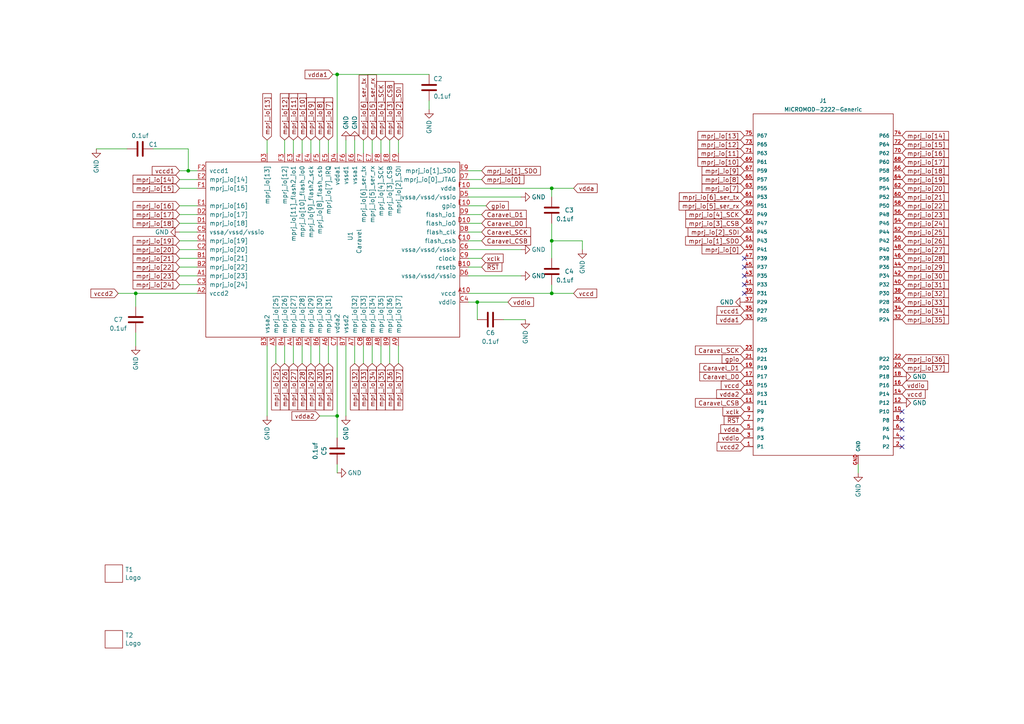
<source format=kicad_sch>
(kicad_sch (version 20230121) (generator eeschema)
  (paper "A4")
  (title_block (title "Carvel Breakout board as M.2 Card "))
  (lib_symbols
    (symbol "Caravel:Logo" (pin_names (offset 1.016))
      (property "Reference" "T" (at -1.27 2.54 0))
      (property "Value" "Logo" (at 1.27 -1.27 0))
      (symbol "Logo_0_1"
        (rectangle (start -1.27 1.27) (end 3.81 -3.81))
      )
    )
    (symbol "Caravel_board:Caravel_WCSP" (pin_names (offset 1.016))
      (property "Reference" "U" (at 0 2.54 0))
      (property "Value" "Caravel_WCSP" (at 0 -2.54 0))
      (symbol "Caravel_WCSP_0_1"
        (rectangle (start -24.13 31.75) (end 26.67 -41.91))
      )
      (symbol "Caravel_WCSP_1_1"
        (pin bidirectional line (at -6.35 34.29 270) (length 2.54) (name "mprj_io[23]") (number "A1"))
        (pin power_in line (at -11.43 -44.45 90) (length 2.54) (name "vccd") (number "A10"))
        (pin power_in line (at -11.43 34.29 270) (length 2.54) (name "vccd2") (number "A2"))
        (pin bidirectional line (at -26.67 11.43 0) (length 2.54) (name "mprj_io[25]") (number "A3"))
        (pin bidirectional line (at -26.67 6.35 0) (length 2.54) (name "mprj_io[27]") (number "A4"))
        (pin bidirectional line (at -26.67 1.27 0) (length 2.54) (name "mprj_io[29]") (number "A5"))
        (pin bidirectional line (at -26.67 -3.81 0) (length 2.54) (name "mprj_io[31]") (number "A6"))
        (pin bidirectional line (at -26.67 -11.43 0) (length 2.54) (name "mprj_io[32]") (number "A7"))
        (pin bidirectional line (at -26.67 -19.05 0) (length 2.54) (name "mprj_io[35]") (number "A8"))
        (pin bidirectional line (at -26.67 -24.13 0) (length 2.54) (name "mprj_io[37]") (number "A9"))
        (pin bidirectional line (at -1.27 34.29 270) (length 2.54) (name "mprj_io[21]") (number "B1"))
        (pin input line (at -3.81 -44.45 90) (length 2.54) (name "resetb") (number "B10"))
        (pin bidirectional line (at -3.81 34.29 270) (length 2.54) (name "mprj_io[22]") (number "B2"))
        (pin power_in line (at -26.67 13.97 0) (length 2.54) (name "vssa2") (number "B3"))
        (pin bidirectional line (at -26.67 8.89 0) (length 2.54) (name "mprj_io[26]") (number "B4"))
        (pin bidirectional line (at -26.67 3.81 0) (length 2.54) (name "mprj_io[28]") (number "B5"))
        (pin bidirectional line (at -26.67 -1.27 0) (length 2.54) (name "mprj_io[30]") (number "B6"))
        (pin power_in line (at -26.67 -8.89 0) (length 2.54) (name "vssd2") (number "B7"))
        (pin bidirectional line (at -26.67 -16.51 0) (length 2.54) (name "mprj_io[34]") (number "B8"))
        (pin bidirectional line (at -26.67 -21.59 0) (length 2.54) (name "mprj_io[36]") (number "B9"))
        (pin bidirectional line (at 3.81 34.29 270) (length 2.54) (name "mprj_io[19]") (number "C1"))
        (pin output line (at 3.81 -44.45 90) (length 2.54) (name "flash_csb") (number "C10"))
        (pin bidirectional line (at 1.27 34.29 270) (length 2.54) (name "mprj_io[20]") (number "C2"))
        (pin bidirectional line (at -8.89 34.29 270) (length 2.54) (name "mprj_io[24]") (number "C3"))
        (pin power_in line (at -13.97 -44.45 90) (length 2.54) (name "vddio") (number "C4"))
        (pin power_in line (at 6.35 34.29 270) (length 2.54) (name "vssa/vssd/vssio") (number "C5"))
        (pin power_in line (at 1.27 -44.45 90) (length 2.54) (name "vssa/vssd/vssio") (number "C6"))
        (pin power_in line (at -26.67 -6.35 0) (length 2.54) (name "vdda2") (number "C7"))
        (pin bidirectional line (at -26.67 -13.97 0) (length 2.54) (name "mprj_io[33]") (number "C8"))
        (pin input line (at -1.27 -44.45 90) (length 2.54) (name "clock") (number "C9"))
        (pin bidirectional line (at 8.89 34.29 270) (length 2.54) (name "mprj_io[18]") (number "D1"))
        (pin bidirectional line (at 8.89 -44.45 90) (length 2.54) (name "flash_io0") (number "D10"))
        (pin bidirectional line (at 11.43 34.29 270) (length 2.54) (name "mprj_io[17]") (number "D2"))
        (pin bidirectional line (at 29.21 13.97 180) (length 2.54) (name "mprj_io[13]") (number "D3"))
        (pin power_in line (at 29.21 -6.35 180) (length 2.54) (name "vdda1") (number "D4"))
        (pin power_in line (at 16.51 -44.45 90) (length 2.54) (name "vssa/vssd/vssio") (number "D5"))
        (pin power_in line (at -6.35 -44.45 90) (length 2.54) (name "vssa/vssd/vssio") (number "D6"))
        (pin bidirectional line (at 21.59 -44.45 90) (length 2.54) (name "mprj_io[0]_JTAG") (number "D7"))
        (pin output line (at 6.35 -44.45 90) (length 2.54) (name "flash_clk") (number "D8"))
        (pin bidirectional line (at 11.43 -44.45 90) (length 2.54) (name "flash_io1") (number "D9"))
        (pin bidirectional line (at 13.97 34.29 270) (length 2.54) (name "mprj_io[16]") (number "E1"))
        (pin bidirectional line (at 13.97 -44.45 90) (length 2.54) (name "gpio") (number "E10"))
        (pin bidirectional line (at 21.59 34.29 270) (length 2.54) (name "mprj_io[14]") (number "E2"))
        (pin bidirectional line (at 29.21 6.35 180) (length 2.54) (name "mprj_io[11]_flash2_io1") (number "E3"))
        (pin bidirectional line (at 29.21 1.27 180) (length 2.54) (name "mprj_io[9]_flash2_sck") (number "E4"))
        (pin bidirectional line (at 29.21 -3.81 180) (length 2.54) (name "mprj_io[7]_IRQ") (number "E5"))
        (pin power_in line (at 29.21 -11.43 180) (length 2.54) (name "vssa1") (number "E6"))
        (pin bidirectional line (at 29.21 -16.51 180) (length 2.54) (name "mprj_io[5]_ser_rx") (number "E7"))
        (pin bidirectional line (at 29.21 -21.59 180) (length 2.54) (name "mprj_io[3]_CSB") (number "E8"))
        (pin bidirectional line (at 24.13 -44.45 90) (length 2.54) (name "mprj_io[1]_SDO") (number "E9"))
        (pin bidirectional line (at 19.05 34.29 270) (length 2.54) (name "mprj_io[15]") (number "F1"))
        (pin power_in line (at 19.05 -44.45 90) (length 2.54) (name "vdda") (number "F10"))
        (pin power_in line (at 24.13 34.29 270) (length 2.54) (name "vccd1") (number "F2"))
        (pin bidirectional line (at 29.21 8.89 180) (length 2.54) (name "mprj_io[12]") (number "F3"))
        (pin bidirectional line (at 29.21 3.81 180) (length 2.54) (name "mprj_io[10]_flash_io0") (number "F4"))
        (pin bidirectional line (at 29.21 -1.27 180) (length 2.54) (name "mprj_io[8]_flash_csb") (number "F5"))
        (pin power_in line (at 29.21 -8.89 180) (length 2.54) (name "vssd1") (number "F6"))
        (pin bidirectional line (at 29.21 -13.97 180) (length 2.54) (name "mprj_io[6]_ser_tx") (number "F7"))
        (pin bidirectional line (at 29.21 -19.05 180) (length 2.54) (name "mprj_io[4]_SCK") (number "F8"))
        (pin bidirectional line (at 29.21 -24.13 180) (length 2.54) (name "mprj_io[2]_SDI") (number "F9"))
      )
    )
    (symbol "Device:C" (pin_numbers hide) (pin_names (offset 0.254))
      (property "Reference" "C" (at 0.635 2.54 0))
      (property "Value" "C" (at 0.635 -2.54 0))
      (symbol "C_0_1"
        (polyline (pts (xy -2.032 -0.762) (xy 2.032 -0.762)) (stroke (width 0.508)))
        (polyline (pts (xy -2.032 0.762) (xy 2.032 0.762)) (stroke (width 0.508)))
      )
      (symbol "C_1_1"
        (pin passive line (at 0 3.81 270) (length 2.794) (name "~") (number "1"))
        (pin passive line (at 0 -3.81 90) (length 2.794) (name "~") (number "2"))
      )
    )
    (symbol "MicroMod-Sparkfun:MICROMOD-2222-Generic" (pin_names (offset 1.016))
      (property "Reference" "J" (at -20.32 53.848 0))
      (property "Value" "MICROMOD-2222-Generic" (at -20.32 -48.26 0))
      (symbol "MICROMOD-2222-Generic_1_0"
        (polyline (pts (xy -20.32 -45.72) (xy -20.32 53.34)))
        (polyline (pts (xy -20.32 53.34) (xy 20.32 53.34)))
        (polyline (pts (xy 20.32 -45.72) (xy -20.32 -45.72)))
        (polyline (pts (xy 20.32 53.34) (xy 20.32 -45.72)))
      )
      (symbol "MICROMOD-2222-Generic_1_1"
        (pin bidirectional line (at -22.86 -43.18 0) (length 2.54) (name "P1") (number "1"))
        (pin bidirectional line (at 22.86 -33.02 180) (length 2.54) (name "P10") (number "10"))
        (pin bidirectional line (at -22.86 -30.48 0) (length 2.54) (name "P11") (number "11"))
        (pin bidirectional line (at 22.86 -30.48 180) (length 2.54) (name "P12") (number "12"))
        (pin bidirectional line (at -22.86 -27.94 0) (length 2.54) (name "P13") (number "13"))
        (pin bidirectional line (at 22.86 -27.94 180) (length 2.54) (name "P14") (number "14"))
        (pin bidirectional line (at -22.86 -25.4 0) (length 2.54) (name "P15") (number "15"))
        (pin bidirectional line (at 22.86 -25.4 180) (length 2.54) (name "P16") (number "16"))
        (pin bidirectional line (at -22.86 -22.86 0) (length 2.54) (name "P17") (number "17"))
        (pin bidirectional line (at 22.86 -22.86 180) (length 2.54) (name "P18") (number "18"))
        (pin bidirectional line (at -22.86 -20.32 0) (length 2.54) (name "P19") (number "19"))
        (pin bidirectional line (at 22.86 -43.18 180) (length 2.54) (name "P2") (number "2"))
        (pin bidirectional line (at 22.86 -20.32 180) (length 2.54) (name "P20") (number "20"))
        (pin bidirectional line (at -22.86 -17.78 0) (length 2.54) (name "P21") (number "21"))
        (pin bidirectional line (at 22.86 -17.78 180) (length 2.54) (name "P22") (number "22"))
        (pin bidirectional line (at -22.86 -15.24 0) (length 2.54) (name "P23") (number "23"))
        (pin bidirectional line (at -22.86 -40.64 0) (length 2.54) (name "P3") (number "3"))
        (pin bidirectional line (at 22.86 -6.35 180) (length 2.54) (name "P24") (number "32"))
        (pin bidirectional line (at -22.86 -6.35 0) (length 2.54) (name "P25") (number "33"))
        (pin bidirectional line (at 22.86 -3.81 180) (length 2.54) (name "P26") (number "34"))
        (pin bidirectional line (at -22.86 -3.81 0) (length 2.54) (name "P27") (number "35"))
        (pin bidirectional line (at 22.86 -1.27 180) (length 2.54) (name "P28") (number "36"))
        (pin bidirectional line (at -22.86 -1.27 0) (length 2.54) (name "P29") (number "37"))
        (pin bidirectional line (at 22.86 1.27 180) (length 2.54) (name "P30") (number "38"))
        (pin bidirectional line (at -22.86 1.27 0) (length 2.54) (name "P31") (number "39"))
        (pin bidirectional line (at 22.86 -40.64 180) (length 2.54) (name "P4") (number "4"))
        (pin bidirectional line (at 22.86 3.81 180) (length 2.54) (name "P32") (number "40"))
        (pin bidirectional line (at -22.86 3.81 0) (length 2.54) (name "P33") (number "41"))
        (pin bidirectional line (at 22.86 6.35 180) (length 2.54) (name "P34") (number "42"))
        (pin bidirectional line (at -22.86 6.35 0) (length 2.54) (name "P35") (number "43"))
        (pin bidirectional line (at 22.86 8.89 180) (length 2.54) (name "P36") (number "44"))
        (pin bidirectional line (at -22.86 8.89 0) (length 2.54) (name "P37") (number "45"))
        (pin bidirectional line (at 22.86 11.43 180) (length 2.54) (name "P38") (number "46"))
        (pin bidirectional line (at -22.86 11.43 0) (length 2.54) (name "P39") (number "47"))
        (pin bidirectional line (at 22.86 13.97 180) (length 2.54) (name "P40") (number "48"))
        (pin bidirectional line (at -22.86 13.97 0) (length 2.54) (name "P41") (number "49"))
        (pin bidirectional line (at -22.86 -38.1 0) (length 2.54) (name "P5") (number "5"))
        (pin bidirectional line (at 22.86 16.51 180) (length 2.54) (name "P42") (number "50"))
        (pin bidirectional line (at -22.86 16.51 0) (length 2.54) (name "P43") (number "51"))
        (pin bidirectional line (at 22.86 19.05 180) (length 2.54) (name "P44") (number "52"))
        (pin bidirectional line (at -22.86 19.05 0) (length 2.54) (name "P45") (number "53"))
        (pin bidirectional line (at 22.86 21.59 180) (length 2.54) (name "P46") (number "54"))
        (pin bidirectional line (at -22.86 21.59 0) (length 2.54) (name "P47") (number "55"))
        (pin bidirectional line (at 22.86 24.13 180) (length 2.54) (name "P48") (number "56"))
        (pin bidirectional line (at -22.86 24.13 0) (length 2.54) (name "P49") (number "57"))
        (pin bidirectional line (at 22.86 26.67 180) (length 2.54) (name "P50") (number "58"))
        (pin bidirectional line (at -22.86 26.67 0) (length 2.54) (name "P51") (number "59"))
        (pin bidirectional line (at 22.86 -38.1 180) (length 2.54) (name "P6") (number "6"))
        (pin bidirectional line (at 22.86 29.21 180) (length 2.54) (name "P52") (number "60"))
        (pin bidirectional line (at -22.86 29.21 0) (length 2.54) (name "P53") (number "61"))
        (pin bidirectional line (at 22.86 31.75 180) (length 2.54) (name "P54") (number "62"))
        (pin bidirectional line (at -22.86 31.75 0) (length 2.54) (name "P55") (number "63"))
        (pin bidirectional line (at 22.86 34.29 180) (length 2.54) (name "P56") (number "64"))
        (pin bidirectional line (at -22.86 34.29 0) (length 2.54) (name "P57") (number "65"))
        (pin bidirectional line (at 22.86 36.83 180) (length 2.54) (name "P58") (number "66"))
        (pin bidirectional line (at -22.86 36.83 0) (length 2.54) (name "P59") (number "67"))
        (pin bidirectional line (at 22.86 39.37 180) (length 2.54) (name "P60") (number "68"))
        (pin bidirectional line (at -22.86 39.37 0) (length 2.54) (name "P61") (number "69"))
        (pin bidirectional line (at -22.86 -35.56 0) (length 2.54) (name "P7") (number "7"))
        (pin bidirectional line (at 22.86 41.91 180) (length 2.54) (name "P62") (number "70"))
        (pin bidirectional line (at -22.86 41.91 0) (length 2.54) (name "P63") (number "71"))
        (pin bidirectional line (at 22.86 44.45 180) (length 2.54) (name "P64") (number "72"))
        (pin bidirectional line (at -22.86 44.45 0) (length 2.54) (name "P65") (number "73"))
        (pin bidirectional line (at 22.86 46.99 180) (length 2.54) (name "P66") (number "74"))
        (pin bidirectional line (at -22.86 46.99 0) (length 2.54) (name "P67") (number "75"))
        (pin bidirectional line (at 22.86 -35.56 180) (length 2.54) (name "P8") (number "8"))
        (pin bidirectional line (at -22.86 -33.02 0) (length 2.54) (name "P9") (number "9"))
        (pin bidirectional line (at 10.16 -48.26 90) (length 2.54) (name "GND") (number "GND"))
      )
    )
    (symbol "power:GND" (power) (pin_names (offset 0))
      (property "Value" "GND" (at 0 -3.81 0))
      (symbol "GND_0_1"
        (polyline (pts (xy 0 0) (xy 0 -1.27) (xy 1.27 -1.27) (xy 0 -2.54) (xy -1.27 -1.27) (xy 0 -1.27)))
      )
      (symbol "GND_1_1"
        (pin power_in line (at 0 0 270) (length 0) hide (name "GND") (number "1"))
      )
    )
  )
  (junction (at 39.37 85.09))
  (junction (at 97.79 21.59))
  (junction (at 138.43 87.63))
  (junction (at 160.02 54.61))
  (junction (at 160.02 85.09))
  (junction (at 54.61 49.53))
  (junction (at 97.79 120.65))
  (junction (at 160.02 69.85))
  (no_connect (at 215.9 74.93))
  (no_connect (at 215.9 80.01))
  (no_connect (at 261.62 129.54))
  (no_connect (at 215.9 82.55))
  (no_connect (at 261.62 119.38))
  (no_connect (at 261.62 127))
  (no_connect (at 261.62 121.92))
  (no_connect (at 215.9 77.47))
  (no_connect (at 261.62 124.46))
  (no_connect (at 215.9 85.09))
  (wire (pts (xy 139.7 74.93) (xy 135.89 74.93)))
  (wire (pts (xy 57.15 74.93) (xy 52.07 74.93)))
  (wire (pts (xy 97.79 127) (xy 97.79 120.65)))
  (wire (pts (xy 102.87 40.64) (xy 102.87 44.45)))
  (wire (pts (xy 57.15 59.69) (xy 52.07 59.69)))
  (wire (pts (xy 52.07 49.53) (xy 54.61 49.53)))
  (wire (pts (xy 139.7 77.47) (xy 135.89 77.47)))
  (wire (pts (xy 97.79 21.59) (xy 97.79 44.45)))
  (wire (pts (xy 90.17 105.41) (xy 90.17 100.33)))
  (wire (pts (xy 87.63 105.41) (xy 87.63 100.33)))
  (wire (pts (xy 82.55 105.41) (xy 82.55 100.33)))
  (wire (pts (xy 110.49 105.41) (xy 110.49 100.33)))
  (wire (pts (xy 152.4 92.71) (xy 146.05 92.71)))
  (wire (pts (xy 138.43 87.63) (xy 135.89 87.63)))
  (wire (pts (xy 113.03 40.64) (xy 113.03 44.45)))
  (wire (pts (xy 97.79 120.65) (xy 97.79 100.33)))
  (wire (pts (xy 87.63 40.64) (xy 87.63 44.45)))
  (wire (pts (xy 160.02 64.77) (xy 160.02 69.85)))
  (wire (pts (xy 39.37 85.09) (xy 39.37 88.9)))
  (wire (pts (xy 139.7 69.85) (xy 135.89 69.85)))
  (wire (pts (xy 139.7 62.23) (xy 135.89 62.23)))
  (wire (pts (xy 57.15 52.07) (xy 52.07 52.07)))
  (wire (pts (xy 110.49 40.64) (xy 110.49 44.45)))
  (wire (pts (xy 57.15 64.77) (xy 52.07 64.77)))
  (wire (pts (xy 54.61 49.53) (xy 54.61 43.18)))
  (wire (pts (xy 57.15 82.55) (xy 52.07 82.55)))
  (wire (pts (xy 80.01 105.41) (xy 80.01 100.33)))
  (wire (pts (xy 139.7 52.07) (xy 135.89 52.07)))
  (wire (pts (xy 160.02 85.09) (xy 135.89 85.09)))
  (wire (pts (xy 151.13 57.15) (xy 135.89 57.15)))
  (wire (pts (xy 57.15 77.47) (xy 52.07 77.47)))
  (wire (pts (xy 39.37 85.09) (xy 57.15 85.09)))
  (wire (pts (xy 138.43 87.63) (xy 147.32 87.63)))
  (wire (pts (xy 160.02 82.55) (xy 160.02 85.09)))
  (wire (pts (xy 95.25 105.41) (xy 95.25 100.33)))
  (wire (pts (xy 97.79 21.59) (xy 124.46 21.59)))
  (wire (pts (xy 124.46 31.75) (xy 124.46 29.21)))
  (wire (pts (xy 92.71 105.41) (xy 92.71 100.33)))
  (wire (pts (xy 92.71 40.64) (xy 92.71 44.45)))
  (wire (pts (xy 97.79 134.62) (xy 97.79 137.16)))
  (wire (pts (xy 102.87 105.41) (xy 102.87 100.33)))
  (wire (pts (xy 57.15 69.85) (xy 52.07 69.85)))
  (wire (pts (xy 248.92 134.62) (xy 248.92 137.16)))
  (wire (pts (xy 77.47 120.65) (xy 77.47 100.33)))
  (wire (pts (xy 105.41 105.41) (xy 105.41 100.33)))
  (wire (pts (xy 168.91 69.85) (xy 168.91 72.39)))
  (wire (pts (xy 82.55 40.64) (xy 82.55 44.45)))
  (wire (pts (xy 97.79 120.65) (xy 92.71 120.65)))
  (wire (pts (xy 139.7 64.77) (xy 135.89 64.77)))
  (wire (pts (xy 138.43 87.63) (xy 138.43 92.71)))
  (wire (pts (xy 52.07 54.61) (xy 57.15 54.61)))
  (wire (pts (xy 105.41 40.64) (xy 105.41 44.45)))
  (wire (pts (xy 90.17 40.64) (xy 90.17 44.45)))
  (wire (pts (xy 115.57 44.45) (xy 115.57 40.64)))
  (wire (pts (xy 139.7 49.53) (xy 135.89 49.53)))
  (wire (pts (xy 160.02 69.85) (xy 160.02 74.93)))
  (wire (pts (xy 115.57 105.41) (xy 115.57 100.33)))
  (wire (pts (xy 100.33 44.45) (xy 100.33 40.64)))
  (wire (pts (xy 57.15 72.39) (xy 52.07 72.39)))
  (wire (pts (xy 166.37 85.09) (xy 160.02 85.09)))
  (wire (pts (xy 107.95 105.41) (xy 107.95 100.33)))
  (wire (pts (xy 85.09 40.64) (xy 85.09 44.45)))
  (wire (pts (xy 54.61 43.18) (xy 44.45 43.18)))
  (wire (pts (xy 57.15 62.23) (xy 52.07 62.23)))
  (wire (pts (xy 95.25 40.64) (xy 95.25 44.45)))
  (wire (pts (xy 97.79 21.59) (xy 96.52 21.59)))
  (wire (pts (xy 151.13 72.39) (xy 135.89 72.39)))
  (wire (pts (xy 166.37 54.61) (xy 160.02 54.61)))
  (wire (pts (xy 160.02 69.85) (xy 168.91 69.85)))
  (wire (pts (xy 113.03 105.41) (xy 113.03 100.33)))
  (wire (pts (xy 27.94 43.18) (xy 36.83 43.18)))
  (wire (pts (xy 57.15 80.01) (xy 52.07 80.01)))
  (wire (pts (xy 160.02 54.61) (xy 160.02 57.15)))
  (wire (pts (xy 85.09 105.41) (xy 85.09 100.33)))
  (wire (pts (xy 151.13 80.01) (xy 135.89 80.01)))
  (wire (pts (xy 100.33 120.65) (xy 100.33 100.33)))
  (wire (pts (xy 39.37 96.52) (xy 39.37 100.33)))
  (wire (pts (xy 77.47 40.64) (xy 77.47 44.45)))
  (wire (pts (xy 140.97 59.69) (xy 135.89 59.69)))
  (wire (pts (xy 107.95 40.64) (xy 107.95 44.45)))
  (wire (pts (xy 54.61 49.53) (xy 57.15 49.53)))
  (wire (pts (xy 135.89 54.61) (xy 160.02 54.61)))
  (wire (pts (xy 52.07 67.31) (xy 57.15 67.31)))
  (wire (pts (xy 139.7 67.31) (xy 135.89 67.31)))
  (wire (pts (xy 39.37 85.09) (xy 34.29 85.09)))
  (global_label "mprj_io[16]" (shape input) (at 261.62 44.45 0) (property "Intersheetrefs" "${INTERSHEET_REFS}" (effects hide)))
  (global_label "mprj_io[2]_SDI" (shape input) (at 215.9 67.31 180) (property "Intersheetrefs" "${INTERSHEET_REFS}" (effects hide)))
  (global_label "mprj_io[31]" (shape input) (at 261.62 82.55 0) (property "Intersheetrefs" "${INTERSHEET_REFS}" (effects hide)))
  (global_label "mprj_io[12]" (shape input) (at 215.9 41.91 180) (property "Intersheetrefs" "${INTERSHEET_REFS}" (effects hide)))
  (global_label "gpio" (shape input) (at 215.9 104.14 180) (property "Intersheetrefs" "${INTERSHEET_REFS}" (effects hide)))
  (global_label "mprj_io[7]" (shape input) (at 95.25 40.64 90) (property "Intersheetrefs" "${INTERSHEET_REFS}" (effects hide)))
  (global_label "mprj_io[0]" (shape input) (at 139.7 52.07 0) (property "Intersheetrefs" "${INTERSHEET_REFS}" (effects hide)))
  (global_label "mprj_io[22]" (shape input) (at 52.07 77.47 180) (property "Intersheetrefs" "${INTERSHEET_REFS}" (effects hide)))
  (global_label "mprj_io[4]_SCK" (shape input) (at 215.9 62.23 180) (property "Intersheetrefs" "${INTERSHEET_REFS}" (effects hide)))
  (global_label "mprj_io[30]" (shape input) (at 92.71 105.41 270) (property "Intersheetrefs" "${INTERSHEET_REFS}" (effects hide)))
  (global_label "mprj_io[6]_ser_tx" (shape input) (at 215.9 57.15 180) (property "Intersheetrefs" "${INTERSHEET_REFS}" (effects hide)))
  (global_label "mprj_io[18]" (shape input) (at 52.07 64.77 180) (property "Intersheetrefs" "${INTERSHEET_REFS}" (effects hide)))
  (global_label "gpio" (shape input) (at 140.97 59.69 0) (property "Intersheetrefs" "${INTERSHEET_REFS}" (effects hide)))
  (global_label "mprj_io[29]" (shape input) (at 90.17 105.41 270) (property "Intersheetrefs" "${INTERSHEET_REFS}" (effects hide)))
  (global_label "mprj_io[3]_CSB" (shape input) (at 215.9 64.77 180) (property "Intersheetrefs" "${INTERSHEET_REFS}" (effects hide)))
  (global_label "mprj_io[1]_SDO" (shape input) (at 215.9 69.85 180) (property "Intersheetrefs" "${INTERSHEET_REFS}" (effects hide)))
  (global_label "vddio" (shape input) (at 147.32 87.63 0) (property "Intersheetrefs" "${INTERSHEET_REFS}" (effects hide)))
  (global_label "mprj_io[15]" (shape input) (at 52.07 54.61 180) (property "Intersheetrefs" "${INTERSHEET_REFS}" (effects hide)))
  (global_label "mprj_io[0]" (shape input) (at 215.9 72.39 180) (property "Intersheetrefs" "${INTERSHEET_REFS}" (effects hide)))
  (global_label "mprj_io[36]" (shape input) (at 261.62 104.14 0) (property "Intersheetrefs" "${INTERSHEET_REFS}" (effects hide)))
  (global_label "vddio" (shape input) (at 261.62 111.76 0) (property "Intersheetrefs" "${INTERSHEET_REFS}" (effects hide)))
  (global_label "mprj_io[34]" (shape input) (at 261.62 90.17 0) (property "Intersheetrefs" "${INTERSHEET_REFS}" (effects hide)))
  (global_label "mprj_io[2]_SDI" (shape input) (at 115.57 40.64 90) (property "Intersheetrefs" "${INTERSHEET_REFS}" (effects hide)))
  (global_label "mprj_io[18]" (shape input) (at 261.62 49.53 0) (property "Intersheetrefs" "${INTERSHEET_REFS}" (effects hide)))
  (global_label "mprj_io[30]" (shape input) (at 261.62 80.01 0) (property "Intersheetrefs" "${INTERSHEET_REFS}" (effects hide)))
  (global_label "mprj_io[27]" (shape input) (at 85.09 105.41 270) (property "Intersheetrefs" "${INTERSHEET_REFS}" (effects hide)))
  (global_label "mprj_io[20]" (shape input) (at 52.07 72.39 180) (property "Intersheetrefs" "${INTERSHEET_REFS}" (effects hide)))
  (global_label "mprj_io[24]" (shape input) (at 52.07 82.55 180) (property "Intersheetrefs" "${INTERSHEET_REFS}" (effects hide)))
  (global_label "mprj_io[36]" (shape input) (at 113.03 105.41 270) (property "Intersheetrefs" "${INTERSHEET_REFS}" (effects hide)))
  (global_label "mprj_io[17]" (shape input) (at 52.07 62.23 180) (property "Intersheetrefs" "${INTERSHEET_REFS}" (effects hide)))
  (global_label "mprj_io[25]" (shape input) (at 80.01 105.41 270) (property "Intersheetrefs" "${INTERSHEET_REFS}" (effects hide)))
  (global_label "mprj_io[23]" (shape input) (at 261.62 62.23 0) (property "Intersheetrefs" "${INTERSHEET_REFS}" (effects hide)))
  (global_label "xclk" (shape input) (at 215.9 119.38 180) (property "Intersheetrefs" "${INTERSHEET_REFS}" (effects hide)))
  (global_label "mprj_io[13]" (shape input) (at 215.9 39.37 180) (property "Intersheetrefs" "${INTERSHEET_REFS}" (effects hide)))
  (global_label "vccd1" (shape input) (at 52.07 49.53 180) (property "Intersheetrefs" "${INTERSHEET_REFS}" (effects hide)))
  (global_label "Caravel_D0" (shape input) (at 215.9 109.22 180) (property "Intersheetrefs" "${INTERSHEET_REFS}" (effects hide)))
  (global_label "mprj_io[37]" (shape input) (at 115.57 105.41 270) (property "Intersheetrefs" "${INTERSHEET_REFS}" (effects hide)))
  (global_label "Caravel_CSB" (shape input) (at 215.9 116.84 180) (property "Intersheetrefs" "${INTERSHEET_REFS}" (effects hide)))
  (global_label "mprj_io[35]" (shape input) (at 261.62 92.71 0) (property "Intersheetrefs" "${INTERSHEET_REFS}" (effects hide)))
  (global_label "mprj_io[28]" (shape input) (at 87.63 105.41 270) (property "Intersheetrefs" "${INTERSHEET_REFS}" (effects hide)))
  (global_label "vdda1" (shape input) (at 215.9 92.71 180) (property "Intersheetrefs" "${INTERSHEET_REFS}" (effects hide)))
  (global_label "mprj_io[34]" (shape input) (at 107.95 105.41 270) (property "Intersheetrefs" "${INTERSHEET_REFS}" (effects hide)))
  (global_label "vccd1" (shape input) (at 215.9 90.17 180) (property "Intersheetrefs" "${INTERSHEET_REFS}" (effects hide)))
  (global_label "vdda2" (shape input) (at 92.71 120.65 180) (property "Intersheetrefs" "${INTERSHEET_REFS}" (effects hide)))
  (global_label "mprj_io[16]" (shape input) (at 52.07 59.69 180) (property "Intersheetrefs" "${INTERSHEET_REFS}" (effects hide)))
  (global_label "vdda2" (shape input) (at 215.9 114.3 180) (property "Intersheetrefs" "${INTERSHEET_REFS}" (effects hide)))
  (global_label "Caravel_D1" (shape input) (at 139.7 62.23 0) (property "Intersheetrefs" "${INTERSHEET_REFS}" (effects hide)))
  (global_label "mprj_io[3]_CSB" (shape input) (at 113.03 40.64 90) (property "Intersheetrefs" "${INTERSHEET_REFS}" (effects hide)))
  (global_label "mprj_io[21]" (shape input) (at 261.62 57.15 0) (property "Intersheetrefs" "${INTERSHEET_REFS}" (effects hide)))
  (global_label "mprj_io[10]" (shape input) (at 87.63 40.64 90) (property "Intersheetrefs" "${INTERSHEET_REFS}" (effects hide)))
  (global_label "mprj_io[33]" (shape input) (at 105.41 105.41 270) (property "Intersheetrefs" "${INTERSHEET_REFS}" (effects hide)))
  (global_label "mprj_io[17]" (shape input) (at 261.62 46.99 0) (property "Intersheetrefs" "${INTERSHEET_REFS}" (effects hide)))
  (global_label "mprj_io[27]" (shape input) (at 261.62 72.39 0) (property "Intersheetrefs" "${INTERSHEET_REFS}" (effects hide)))
  (global_label "mprj_io[33]" (shape input) (at 261.62 87.63 0) (property "Intersheetrefs" "${INTERSHEET_REFS}" (effects hide)))
  (global_label "mprj_io[20]" (shape input) (at 261.62 54.61 0) (property "Intersheetrefs" "${INTERSHEET_REFS}" (effects hide)))
  (global_label "mprj_io[12]" (shape input) (at 82.55 40.64 90) (property "Intersheetrefs" "${INTERSHEET_REFS}" (effects hide)))
  (global_label "mprj_io[26]" (shape input) (at 82.55 105.41 270) (property "Intersheetrefs" "${INTERSHEET_REFS}" (effects hide)))
  (global_label "mprj_io[5]_ser_rx" (shape input) (at 107.95 40.64 90) (property "Intersheetrefs" "${INTERSHEET_REFS}" (effects hide)))
  (global_label "~{RST}" (shape input) (at 215.9 121.92 180) (property "Intersheetrefs" "${INTERSHEET_REFS}" (effects hide)))
  (global_label "mprj_io[6]_ser_tx" (shape input) (at 105.41 40.64 90) (property "Intersheetrefs" "${INTERSHEET_REFS}" (effects hide)))
  (global_label "mprj_io[14]" (shape input) (at 52.07 52.07 180) (property "Intersheetrefs" "${INTERSHEET_REFS}" (effects hide)))
  (global_label "mprj_io[5]_ser_rx" (shape input) (at 215.9 59.69 180) (property "Intersheetrefs" "${INTERSHEET_REFS}" (effects hide)))
  (global_label "vdda" (shape input) (at 215.9 124.46 180) (property "Intersheetrefs" "${INTERSHEET_REFS}" (effects hide)))
  (global_label "vccd" (shape input) (at 261.62 114.3 0) (property "Intersheetrefs" "${INTERSHEET_REFS}" (effects hide)))
  (global_label "mprj_io[11]" (shape input) (at 85.09 40.64 90) (property "Intersheetrefs" "${INTERSHEET_REFS}" (effects hide)))
  (global_label "mprj_io[8]" (shape input) (at 92.71 40.64 90) (property "Intersheetrefs" "${INTERSHEET_REFS}" (effects hide)))
  (global_label "mprj_io[32]" (shape input) (at 102.87 105.41 270) (property "Intersheetrefs" "${INTERSHEET_REFS}" (effects hide)))
  (global_label "Caravel_D0" (shape input) (at 139.7 64.77 0) (property "Intersheetrefs" "${INTERSHEET_REFS}" (effects hide)))
  (global_label "mprj_io[7]" (shape input) (at 215.9 54.61 180) (property "Intersheetrefs" "${INTERSHEET_REFS}" (effects hide)))
  (global_label "mprj_io[24]" (shape input) (at 261.62 64.77 0) (property "Intersheetrefs" "${INTERSHEET_REFS}" (effects hide)))
  (global_label "mprj_io[13]" (shape input) (at 77.47 40.64 90) (property "Intersheetrefs" "${INTERSHEET_REFS}" (effects hide)))
  (global_label "mprj_io[28]" (shape input) (at 261.62 74.93 0) (property "Intersheetrefs" "${INTERSHEET_REFS}" (effects hide)))
  (global_label "mprj_io[23]" (shape input) (at 52.07 80.01 180) (property "Intersheetrefs" "${INTERSHEET_REFS}" (effects hide)))
  (global_label "mprj_io[9]" (shape input) (at 215.9 49.53 180) (property "Intersheetrefs" "${INTERSHEET_REFS}" (effects hide)))
  (global_label "mprj_io[9]" (shape input) (at 90.17 40.64 90) (property "Intersheetrefs" "${INTERSHEET_REFS}" (effects hide)))
  (global_label "mprj_io[31]" (shape input) (at 95.25 105.41 270) (property "Intersheetrefs" "${INTERSHEET_REFS}" (effects hide)))
  (global_label "mprj_io[10]" (shape input) (at 215.9 46.99 180) (property "Intersheetrefs" "${INTERSHEET_REFS}" (effects hide)))
  (global_label "mprj_io[4]_SCK" (shape input) (at 110.49 40.64 90) (property "Intersheetrefs" "${INTERSHEET_REFS}" (effects hide)))
  (global_label "vdda1" (shape input) (at 96.52 21.59 180) (property "Intersheetrefs" "${INTERSHEET_REFS}" (effects hide)))
  (global_label "~{RST}" (shape input) (at 139.7 77.47 0) (property "Intersheetrefs" "${INTERSHEET_REFS}" (effects hide)))
  (global_label "Caravel_SCK" (shape input) (at 139.7 67.31 0) (property "Intersheetrefs" "${INTERSHEET_REFS}" (effects hide)))
  (global_label "Caravel_SCK" (shape input) (at 215.9 101.6 180) (property "Intersheetrefs" "${INTERSHEET_REFS}" (effects hide)))
  (global_label "mprj_io[37]" (shape input) (at 261.62 106.68 0) (property "Intersheetrefs" "${INTERSHEET_REFS}" (effects hide)))
  (global_label "mprj_io[21]" (shape input) (at 52.07 74.93 180) (property "Intersheetrefs" "${INTERSHEET_REFS}" (effects hide)))
  (global_label "mprj_io[32]" (shape input) (at 261.62 85.09 0) (property "Intersheetrefs" "${INTERSHEET_REFS}" (effects hide)))
  (global_label "Caravel_CSB" (shape input) (at 139.7 69.85 0) (property "Intersheetrefs" "${INTERSHEET_REFS}" (effects hide)))
  (global_label "mprj_io[22]" (shape input) (at 261.62 59.69 0) (property "Intersheetrefs" "${INTERSHEET_REFS}" (effects hide)))
  (global_label "mprj_io[8]" (shape input) (at 215.9 52.07 180) (property "Intersheetrefs" "${INTERSHEET_REFS}" (effects hide)))
  (global_label "vccd2" (shape input) (at 215.9 129.54 180) (property "Intersheetrefs" "${INTERSHEET_REFS}" (effects hide)))
  (global_label "mprj_io[11]" (shape input) (at 215.9 44.45 180) (property "Intersheetrefs" "${INTERSHEET_REFS}" (effects hide)))
  (global_label "vdda" (shape input) (at 166.37 54.61 0) (property "Intersheetrefs" "${INTERSHEET_REFS}" (effects hide)))
  (global_label "mprj_io[19]" (shape input) (at 261.62 52.07 0) (property "Intersheetrefs" "${INTERSHEET_REFS}" (effects hide)))
  (global_label "mprj_io[1]_SDO" (shape input) (at 139.7 49.53 0) (property "Intersheetrefs" "${INTERSHEET_REFS}" (effects hide)))
  (global_label "vccd" (shape input) (at 215.9 111.76 180) (property "Intersheetrefs" "${INTERSHEET_REFS}" (effects hide)))
  (global_label "mprj_io[29]" (shape input) (at 261.62 77.47 0) (property "Intersheetrefs" "${INTERSHEET_REFS}" (effects hide)))
  (global_label "mprj_io[25]" (shape input) (at 261.62 67.31 0) (property "Intersheetrefs" "${INTERSHEET_REFS}" (effects hide)))
  (global_label "mprj_io[19]" (shape input) (at 52.07 69.85 180) (property "Intersheetrefs" "${INTERSHEET_REFS}" (effects hide)))
  (global_label "mprj_io[15]" (shape input) (at 261.62 41.91 0) (property "Intersheetrefs" "${INTERSHEET_REFS}" (effects hide)))
  (global_label "mprj_io[35]" (shape input) (at 110.49 105.41 270) (property "Intersheetrefs" "${INTERSHEET_REFS}" (effects hide)))
  (global_label "vccd2" (shape input) (at 34.29 85.09 180) (property "Intersheetrefs" "${INTERSHEET_REFS}" (effects hide)))
  (global_label "mprj_io[14]" (shape input) (at 261.62 39.37 0) (property "Intersheetrefs" "${INTERSHEET_REFS}" (effects hide)))
  (global_label "mprj_io[26]" (shape input) (at 261.62 69.85 0) (property "Intersheetrefs" "${INTERSHEET_REFS}" (effects hide)))
  (global_label "xclk" (shape input) (at 139.7 74.93 0) (property "Intersheetrefs" "${INTERSHEET_REFS}" (effects hide)))
  (global_label "vddio" (shape input) (at 215.9 127 180) (property "Intersheetrefs" "${INTERSHEET_REFS}" (effects hide)))
  (global_label "vccd" (shape input) (at 166.37 85.09 0) (property "Intersheetrefs" "${INTERSHEET_REFS}" (effects hide)))
  (global_label "Caravel_D1" (shape input) (at 215.9 106.68 180) (property "Intersheetrefs" "${INTERSHEET_REFS}" (effects hide)))
  (symbol (lib_id "power:GND") (at 168.91 72.39 0) (unit 1)
    (property "Reference" "#PWR014" (effects hide))
    (property "Value" "GND" (at 168.91 77.47 90))
  )
  (symbol (lib_id "power:GND") (at 151.13 80.01 90) (unit 1)
    (property "Reference" "#PWR012" (effects hide))
    (property "Value" "GND" (at 156.21 80.01 90))
  )
  (symbol (lib_id "Caravel_board:Caravel_WCSP") (at 91.44 73.66 90) (unit 1)
    (property "Reference" "U1" (at 101.6 69.85 0) (effects (justify left)))
    (property "Value" "Caravel" (at 104.14 73.66 0) (effects (justify left)))
    (property "Footprint" "Caravel_Board:Caravel_WCSP" (effects hide))
  )
  (symbol (lib_id "power:GND") (at 102.87 40.64 180) (unit 1)
    (property "Reference" "#PWR08" (effects hide))
    (property "Value" "GND" (at 102.87 35.56 90))
  )
  (symbol (lib_id "power:GND") (at 261.62 116.84 90) (unit 1)
    (property "Reference" "#PWR017" (effects hide))
    (property "Value" "GND" (at 266.7 116.84 90))
  )
  (symbol (lib_id "power:GND") (at 100.33 120.65 0) (unit 1)
    (property "Reference" "#PWR07" (effects hide))
    (property "Value" "GND" (at 100.33 125.73 90))
  )
  (symbol (lib_id "power:GND") (at 77.47 120.65 0) (unit 1)
    (property "Reference" "#PWR04" (effects hide))
    (property "Value" "GND" (at 77.47 125.73 90))
  )
  (symbol (lib_id "power:GND") (at 27.94 43.18 0) (unit 1)
    (property "Reference" "#PWR01" (effects hide))
    (property "Value" "GND" (at 27.94 48.26 90))
  )
  (symbol (lib_id "power:GND") (at 248.92 137.16 0) (unit 1)
    (property "Reference" "#PWR015" (effects hide))
    (property "Value" "GND" (at 248.92 142.24 90))
  )
  (symbol (lib_id "Device:C") (at 39.37 92.71 180) (unit 1)
    (property "Reference" "C7" (at 34.29 92.71 0))
    (property "Value" "0.1uf" (at 34.29 95.25 0))
    (property "Footprint" "Capacitor_SMD:C_0402_1005Metric" (effects hide))
  )
  (symbol (lib_id "power:GND") (at 261.62 109.22 90) (unit 1)
    (property "Reference" "#PWR016" (effects hide))
    (property "Value" "GND" (at 266.7 109.22 90))
  )
  (symbol (lib_id "power:GND") (at 100.33 40.64 180) (unit 1)
    (property "Reference" "#PWR06" (effects hide))
    (property "Value" "GND" (at 100.33 35.56 90))
  )
  (symbol (lib_id "Device:C") (at 160.02 60.96 0) (unit 1)
    (property "Reference" "C3" (at 165.1 60.96 0))
    (property "Value" "0.1uf" (at 163.83 63.5 0))
    (property "Footprint" "Capacitor_SMD:C_0402_1005Metric" (effects hide))
  )
  (symbol (lib_id "power:GND") (at 215.9 87.63 270) (unit 1)
    (property "Reference" "#PWR018" (effects hide))
    (property "Value" "GND" (at 210.82 87.63 90))
  )
  (symbol (lib_id "Device:C") (at 160.02 78.74 0) (unit 1)
    (property "Reference" "C4" (at 165.1 78.74 0))
    (property "Value" "0.1uf" (at 163.83 81.28 0))
    (property "Footprint" "Capacitor_SMD:C_0402_1005Metric" (effects hide))
  )
  (symbol (lib_id "MicroMod-Sparkfun:MICROMOD-2222-Generic") (at 238.76 86.36 0) (unit 1)
    (property "Reference" "J1" (at 238.76 29.21 0) (effects (font (size 1.143 1.143))))
    (property "Value" "MICROMOD-2222-Generic" (at 238.76 31.75 0) (effects (font (size 1.143 1.143))))
    (property "Footprint" "MicroMod-Sparkfun:MicroMod-M.2-CARD-E-22" (effects hide))
  )
  (symbol (lib_id "power:GND") (at 97.79 137.16 90) (unit 1)
    (property "Reference" "#PWR05" (effects hide))
    (property "Value" "GND" (at 102.87 137.16 90))
  )
  (symbol (lib_id "Device:C") (at 40.64 43.18 90) (unit 1)
    (property "Reference" "C1" (at 44.45 41.91 90))
    (property "Value" "0.1uf" (at 40.64 39.37 90))
    (property "Footprint" "Capacitor_SMD:C_0402_1005Metric" (effects hide))
  )
  (symbol (lib_id "Device:C") (at 142.24 92.71 270) (unit 1)
    (property "Reference" "C6" (at 142.24 96.52 90))
    (property "Value" "0.1uf" (at 142.24 99.06 90))
    (property "Footprint" "Capacitor_SMD:C_0402_1005Metric" (effects hide))
  )
  (symbol (lib_id "power:GND") (at 39.37 100.33 0) (unit 1)
    (property "Reference" "#PWR02" (effects hide))
    (property "Value" "GND" (at 39.37 105.41 90))
  )
  (symbol (lib_id "power:GND") (at 151.13 72.39 90) (unit 1)
    (property "Reference" "#PWR011" (effects hide))
    (property "Value" "GND" (at 156.21 72.39 90))
  )
  (symbol (lib_id "Caravel:Logo") (at 31.75 165.1 0) (unit 1)
    (property "Reference" "T1" (at 36.2712 165.2016 0) (effects (justify left)))
    (property "Value" "Logo" (at 36.2712 167.513 0) (effects (justify left)))
    (property "Footprint" "Caravel_Board:logo_small" (effects hide))
  )
  (symbol (lib_id "power:GND") (at 152.4 92.71 0) (unit 1)
    (property "Reference" "#PWR013" (effects hide))
    (property "Value" "GND" (at 152.4 97.79 90))
  )
  (symbol (lib_id "Caravel:Logo") (at 31.75 184.15 0) (unit 1)
    (property "Reference" "T2" (at 36.2712 184.2516 0) (effects (justify left)))
    (property "Value" "Logo" (at 36.2712 186.563 0) (effects (justify left)))
    (property "Footprint" "Caravel_Board:ef_logo" (effects hide))
  )
  (symbol (lib_id "power:GND") (at 151.13 57.15 90) (unit 1)
    (property "Reference" "#PWR010" (effects hide))
    (property "Value" "GND" (at 156.21 57.15 90))
  )
  (symbol (lib_id "power:GND") (at 52.07 67.31 270) (unit 1)
    (property "Reference" "#PWR03" (effects hide))
    (property "Value" "GND" (at 46.99 67.31 90))
  )
  (symbol (lib_id "Device:C") (at 124.46 25.4 0) (unit 1)
    (property "Reference" "C2" (at 127 22.86 0))
    (property "Value" "0.1uf" (at 128.27 27.94 0))
    (property "Footprint" "Capacitor_SMD:C_0402_1005Metric" (effects hide))
  )
  (symbol (lib_id "power:GND") (at 124.46 31.75 0) (unit 1)
    (property "Reference" "#PWR09" (effects hide))
    (property "Value" "GND" (at 124.46 36.83 90))
  )
  (symbol (lib_id "Device:C") (at 97.79 130.81 180) (unit 1)
    (property "Reference" "C5" (at 93.98 130.81 90))
    (property "Value" "0.1uf" (at 91.44 130.81 90))
    (property "Footprint" "Capacitor_SMD:C_0402_1005Metric" (effects hide))
  )
)
</source>
